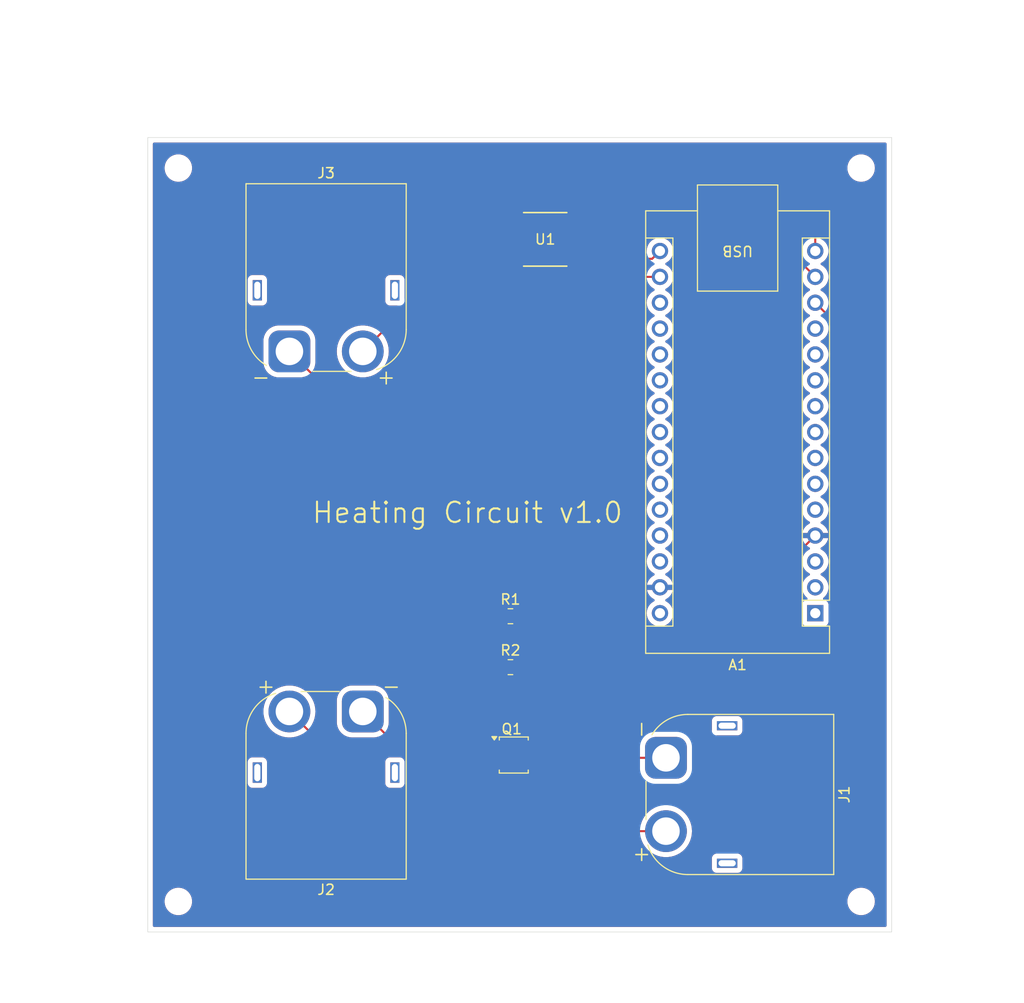
<source format=kicad_pcb>
(kicad_pcb (version 20240108) (generator "pcbnew") (generator_version "8.0")
  (layers (0 "F.Cu" signal) (31 "B.Cu" signal) (34 "B.Paste" user) (35 "F.Paste" user) (36 "B.SilkS" user "B.Silkscreen") (37 "F.SilkS" user "F.Silkscreen") (38 "B.Mask" user) (39 "F.Mask" user) (44 "Edge.Cuts" user))
  (net 0 "")
  (net 2 "MISO_thermocouple")
  (net 3 "CS_thermocouple")
  (net 4 "GND_16.4V")
  (net 12 "CLK")
  (net 17 "3.3V_ard")
  (net 21 "PWM_heater")
  (net 30 "Net-(J1-Pin_2)")
  (net 31 "Net-(J1-Pin_1)")
  (net 32 "Net-(J3-Pin_1)")
  (net 33 "Net-(J3-Pin_2)")
  (net 34 "Net-(Q1-G)")
  (net 36 "Net-(J2-Pin_1)")
  (footprint "Module:Arduino_Nano" (layer "F.Cu") (at 149.5 147.7 180)
    (property "Reference" "A1" (at 7.62 -5.08 0) (layer "F.SilkS"))
    (property "Value" "Arduino_Nano_v3.x")
    (fp_line (start 16.64 39.5) (end 16.64 -3.94) (stroke (width 0.12)) (layer "F.SilkS"))
    (fp_line (start 16.64 39.5) (end 11.56 39.5) (stroke (width 0.12)) (layer "F.SilkS"))
    (fp_line (start 16.64 -3.94) (end -1.4 -3.94) (stroke (width 0.12)) (layer "F.SilkS"))
    (fp_line (start 13.97 36.83) (end 16.64 36.83) (stroke (width 0.12)) (layer "F.SilkS"))
    (fp_line (start 13.97 -1.27) (end 16.64 -1.27) (stroke (width 0.12)) (layer "F.SilkS"))
    (fp_line (start 13.97 -1.27) (end 13.97 36.83) (stroke (width 0.12)) (layer "F.SilkS"))
    (fp_line (start 11.56 42.04) (end 3.68 42.04) (stroke (width 0.12)) (layer "F.SilkS"))
    (fp_line (start 11.56 31.62) (end 11.56 42.04) (stroke (width 0.12)) (layer "F.SilkS"))
    (fp_line (start 3.68 42.04) (end 3.68 31.62) (stroke (width 0.12)) (layer "F.SilkS"))
    (fp_line (start 3.68 31.62) (end 11.56 31.62) (stroke (width 0.12)) (layer "F.SilkS"))
    (fp_line (start 1.27 36.83) (end -1.4 36.83) (stroke (width 0.12)) (layer "F.SilkS"))
    (fp_line (start 1.27 1.27) (end 1.27 36.83) (stroke (width 0.12)) (layer "F.SilkS"))
    (fp_line (start 1.27 1.27) (end 1.27 -1.27) (stroke (width 0.12)) (layer "F.SilkS"))
    (fp_line (start 1.27 1.27) (end -1.4 1.27) (stroke (width 0.12)) (layer "F.SilkS"))
    (fp_line (start 1.27 -1.27) (end -1.4 -1.27) (stroke (width 0.12)) (layer "F.SilkS"))
    (fp_line (start -1.4 39.5) (end 3.68 39.5) (stroke (width 0.12)) (layer "F.SilkS"))
    (fp_line (start -1.4 1.27) (end -1.4 39.5) (stroke (width 0.12)) (layer "F.SilkS"))
    (fp_line (start -1.4 -3.94) (end -1.4 -1.27) (stroke (width 0.12)) (layer "F.SilkS"))
    (fp_text user "USB" (at 7.62 35.56 180) (layer "F.SilkS"))
    (pad "1" thru_hole rect (at 0 0 180) (size 1.6 1.6) (drill 1) (layers "*.Cu" "*.Mask"))
    (pad "2" thru_hole oval (at 0 2.54 180) (size 1.6 1.6) (drill 1) (layers "*.Cu" "*.Mask"))
    (pad "3" thru_hole oval (at 0 5.08 180) (size 1.6 1.6) (drill 1) (layers "*.Cu" "*.Mask"))
    (pad "4" thru_hole oval (at 0 7.62 180) (size 1.6 1.6) (drill 1) (layers "*.Cu" "*.Mask") (net 4 "GND_16.4V"))
    (pad "5" thru_hole oval (at 0 10.16 180) (size 1.6 1.6) (drill 1) (layers "*.Cu" "*.Mask"))
    (pad "6" thru_hole oval (at 0 12.7 180) (size 1.6 1.6) (drill 1) (layers "*.Cu" "*.Mask"))
    (pad "7" thru_hole oval (at 0 15.24 180) (size 1.6 1.6) (drill 1) (layers "*.Cu" "*.Mask"))
    (pad "8" thru_hole oval (at 0 17.78 180) (size 1.6 1.6) (drill 1) (layers "*.Cu" "*.Mask"))
    (pad "9" thru_hole oval (at 0 20.32 180) (size 1.6 1.6) (drill 1) (layers "*.Cu" "*.Mask"))
    (pad "10" thru_hole oval (at 0 22.86 180) (size 1.6 1.6) (drill 1) (layers "*.Cu" "*.Mask"))
    (pad "11" thru_hole oval (at 0 25.4 180) (size 1.6 1.6) (drill 1) (layers "*.Cu" "*.Mask"))
    (pad "12" thru_hole oval (at 0 27.94 180) (size 1.6 1.6) (drill 1) (layers "*.Cu" "*.Mask"))
    (pad "13" thru_hole oval (at 0 30.48 180) (size 1.6 1.6) (drill 1) (layers "*.Cu" "*.Mask") (net 21 "PWM_heater"))
    (pad "14" thru_hole oval (at 0 33.02 180) (size 1.6 1.6) (drill 1) (layers "*.Cu" "*.Mask") (net 3 "CS_thermocouple"))
    (pad "15" thru_hole oval (at 0 35.56 180) (size 1.6 1.6) (drill 1) (layers "*.Cu" "*.Mask") (net 2 "MISO_thermocouple"))
    (pad "16" thru_hole oval (at 15.24 35.56 180) (size 1.6 1.6) (drill 1) (layers "*.Cu" "*.Mask") (net 12 "CLK"))
    (pad "17" thru_hole oval (at 15.24 33.02 180) (size 1.6 1.6) (drill 1) (layers "*.Cu" "*.Mask") (net 17 "3.3V_ard"))
    (pad "18" thru_hole oval (at 15.24 30.48 180) (size 1.6 1.6) (drill 1) (layers "*.Cu" "*.Mask"))
    (pad "19" thru_hole oval (at 15.24 27.94 180) (size 1.6 1.6) (drill 1) (layers "*.Cu" "*.Mask"))
    (pad "20" thru_hole oval (at 15.24 25.4 180) (size 1.6 1.6) (drill 1) (layers "*.Cu" "*.Mask"))
    (pad "21" thru_hole oval (at 15.24 22.86 180) (size 1.6 1.6) (drill 1) (layers "*.Cu" "*.Mask"))
    (pad "22" thru_hole oval (at 15.24 20.32 180) (size 1.6 1.6) (drill 1) (layers "*.Cu" "*.Mask"))
    (pad "23" thru_hole oval (at 15.24 17.78 180) (size 1.6 1.6) (drill 1) (layers "*.Cu" "*.Mask"))
    (pad "24" thru_hole oval (at 15.24 15.24 180) (size 1.6 1.6) (drill 1) (layers "*.Cu" "*.Mask"))
    (pad "25" thru_hole oval (at 15.24 12.7 180) (size 1.6 1.6) (drill 1) (layers "*.Cu" "*.Mask"))
    (pad "26" thru_hole oval (at 15.24 10.16 180) (size 1.6 1.6) (drill 1) (layers "*.Cu" "*.Mask"))
    (pad "27" thru_hole oval (at 15.24 7.62 180) (size 1.6 1.6) (drill 1) (layers "*.Cu" "*.Mask"))
    (pad "28" thru_hole oval (at 15.24 5.08 180) (size 1.6 1.6) (drill 1) (layers "*.Cu" "*.Mask"))
    (pad "29" thru_hole oval (at 15.24 2.54 180) (size 1.6 1.6) (drill 1) (layers "*.Cu" "*.Mask") (net 4 "GND_16.4V"))
    (pad "30" thru_hole oval (at 15.24 0 180) (size 1.6 1.6) (drill 1) (layers "*.Cu" "*.Mask"))
  )
  (footprint "MAX31855KASA-T:21-0041B_8_MXM" (layer "F.Cu") (at 123 111)
    (property "Reference" "U1" (at 0 0 0) (layer "F.SilkS"))
    (property "Value" "MAX31855KASA+T")
    (fp_line (start -2.1209 2.6289) (end 2.1209 2.6289) (stroke (width 0.1524)) (layer "F.SilkS"))
    (fp_line (start 2.1209 -2.6289) (end -2.1209 -2.6289) (stroke (width 0.1524)) (layer "F.SilkS"))
    (pad "1" smd rect (at -2.72415 -1.905) (size 1.4605 0.5334) (layers "F.Cu" "F.Paste" "F.Mask") (net 4 "GND_16.4V"))
    (pad "2" smd rect (at -2.72415 -0.635) (size 1.4605 0.5334) (layers "F.Cu" "F.Paste" "F.Mask") (net 33 "Net-(J3-Pin_2)"))
    (pad "3" smd rect (at -2.72415 0.635) (size 1.4605 0.5334) (layers "F.Cu" "F.Paste" "F.Mask") (net 32 "Net-(J3-Pin_1)"))
    (pad "4" smd rect (at -2.72415 1.905) (size 1.4605 0.5334) (layers "F.Cu" "F.Paste" "F.Mask") (net 17 "3.3V_ard"))
    (pad "5" smd rect (at 2.72415 1.905) (size 1.4605 0.5334) (layers "F.Cu" "F.Paste" "F.Mask") (net 12 "CLK"))
    (pad "6" smd rect (at 2.72415 0.635) (size 1.4605 0.5334) (layers "F.Cu" "F.Paste" "F.Mask") (net 3 "CS_thermocouple"))
    (pad "7" smd rect (at 2.72415 -0.635) (size 1.4605 0.5334) (layers "F.Cu" "F.Paste" "F.Mask") (net 2 "MISO_thermocouple"))
    (pad "8" smd rect (at 2.72415 -1.905) (size 1.4605 0.5334) (layers "F.Cu" "F.Paste" "F.Mask"))
  )
  (footprint "Connector_AMASS:AMASS_XT60PW-M_1x02_P7.20mm_Horizontal" (layer "F.Cu") (at 97.9 122)
    (property "Reference" "J3" (at 3.6 -17.5 0) (layer "F.SilkS"))
    (property "Value" "XT60_F_Thermocouple")
    (fp_line (start -4.26 -16.46) (end -4.26 -2.15) (stroke (width 0.12)) (layer "F.SilkS"))
    (fp_line (start -4.26 -16.46) (end 11.46 -16.46) (stroke (width 0.12)) (layer "F.SilkS"))
    (fp_line (start 2.31 1.96) (end 6.05 1.96) (stroke (width 0.12)) (layer "F.SilkS"))
    (fp_line (start 11.46 -16.46) (end 11.46 -2.15) (stroke (width 0.12)) (layer "F.SilkS"))
    (fp_arc (start -2.266806 1.372958) (mid -3.727162 -0.126139) (end -4.26 -2.15) (stroke (width 0.12)) (layer "F.SilkS"))
    (fp_arc (start 11.46 -2.15) (mid 10.653852 0.294722) (end 8.551648 1.780413) (stroke (width 0.12)) (layer "F.SilkS"))
    (fp_text user "-" (at -2.8 2.5 0) (layer "F.SilkS") (effects (font (size 1.5 1.5))))
    (fp_text user "+" (at 9.5 2.5 0) (layer "F.SilkS") (effects (font (size 1.5 1.5))))
    (pad "" thru_hole rect (at -3.15 -6) (size 0.9 2) (drill oval 0.6 1.7) (layers "*.Cu" "*.Mask"))
    (pad "" thru_hole rect (at 10.35 -6) (size 0.9 2) (drill oval 0.6 1.7) (layers "*.Cu" "*.Mask"))
    (pad "1" thru_hole roundrect (at 0 0) (size 4.1 4.1) (drill 2.7) (layers "*.Cu" "*.Mask") (net 32 "Net-(J3-Pin_1)"))
    (pad "2" thru_hole circle (at 7.2 0) (size 4.1 4.1) (drill 2.7) (layers "*.Cu" "*.Mask") (net 33 "Net-(J3-Pin_2)"))
  )
  (footprint "Connector_AMASS:AMASS_XT60PW-M_1x02_P7.20mm_Horizontal" (layer "F.Cu") (at 105.1 157.35 180)
    (property "Reference" "J2" (at 3.6 -17.5 0) (layer "F.SilkS"))
    (property "Value" "XT60_F_Heater")
    (fp_line (start 11.46 -16.46) (end 11.46 -2.15) (stroke (width 0.12)) (layer "F.SilkS"))
    (fp_line (start 2.31 1.96) (end 6.05 1.96) (stroke (width 0.12)) (layer "F.SilkS"))
    (fp_line (start -4.26 -16.46) (end 11.46 -16.46) (stroke (width 0.12)) (layer "F.SilkS"))
    (fp_line (start -4.26 -16.46) (end -4.26 -2.15) (stroke (width 0.12)) (layer "F.SilkS"))
    (fp_arc (start 11.46 -2.15) (mid 10.653852 0.294722) (end 8.551648 1.780413) (stroke (width 0.12)) (layer "F.SilkS"))
    (fp_arc (start -2.266806 1.372958) (mid -3.727162 -0.126139) (end -4.26 -2.15) (stroke (width 0.12)) (layer "F.SilkS"))
    (fp_text user "+" (at 9.5 2.5 0) (layer "F.SilkS") (effects (font (size 1.5 1.5))))
    (fp_text user "-" (at -2.8 2.5 0) (layer "F.SilkS") (effects (font (size 1.5 1.5))))
    (pad "" thru_hole rect (at -3.15 -6 180) (size 0.9 2) (drill oval 0.6 1.7) (layers "*.Cu" "*.Mask"))
    (pad "" thru_hole rect (at 10.35 -6 180) (size 0.9 2) (drill oval 0.6 1.7) (layers "*.Cu" "*.Mask"))
    (pad "1" thru_hole roundrect (at 0 0 180) (size 4.1 4.1) (drill 2.7) (layers "*.Cu" "*.Mask") (net 36 "Net-(J2-Pin_1)"))
    (pad "2" thru_hole circle (at 7.2 0 180) (size 4.1 4.1) (drill 2.7) (layers "*.Cu" "*.Mask") (net 30 "Net-(J1-Pin_2)"))
  )
  (footprint "MountingHole:MountingHole_2.2mm_M2" (layer "F.Cu") (at 154 104)
    (property "Reference" "REF**" (hide yes))
    (property "Value" "MountingHole_2.2mm_M2" (hide yes))
    (pad "" np_thru_hole circle (at 0 0) (size 2.2 2.2) (drill 2.2) (layers "*.Cu" "*.Mask"))
  )
  (footprint "Resistor_SMD:R_0805_2012Metric" (layer "F.Cu") (at 119.5875 148)
    (property "Reference" "R1" (at 0 -1.65 0) (layer "F.SilkS"))
    (property "Value" "100")
    (fp_line (start -0.227064 -0.735) (end 0.227064 -0.735) (stroke (width 0.12)) (layer "F.SilkS"))
    (fp_line (start -0.227064 0.735) (end 0.227064 0.735) (stroke (width 0.12)) (layer "F.SilkS"))
    (pad "1" smd roundrect (at -0.9125 0) (size 1.025 1.4) (layers "F.Cu" "F.Paste" "F.Mask") (roundrect_rratio 0.243902) (net 34 "Net-(Q1-G)"))
    (pad "2" smd roundrect (at 0.9125 0) (size 1.025 1.4) (layers "F.Cu" "F.Paste" "F.Mask") (roundrect_rratio 0.243902) (net 21 "PWM_heater"))
  )
  (footprint "MountingHole:MountingHole_2.2mm_M2" (layer "F.Cu") (at 154 176)
    (property "Reference" "REF**" (hide yes))
    (property "Value" "MountingHole_2.2mm_M2" (hide yes))
    (pad "" np_thru_hole circle (at 0 0) (size 2.2 2.2) (drill 2.2) (layers "*.Cu" "*.Mask"))
  )
  (footprint "Connector_AMASS:AMASS_XT60PW-M_1x02_P7.20mm_Horizontal" (layer "F.Cu") (at 134.85 161.9 -90)
    (property "Reference" "J1" (at 3.6 -17.5 90) (layer "F.SilkS"))
    (property "Value" "XT60_F_16.6V")
    (fp_line (start 2.31 1.96) (end 6.05 1.96) (stroke (width 0.12)) (layer "F.SilkS"))
    (fp_line (start -4.26 -16.46) (end -4.26 -2.15) (stroke (width 0.12)) (layer "F.SilkS"))
    (fp_line (start -4.26 -16.46) (end 11.46 -16.46) (stroke (width 0.12)) (layer "F.SilkS"))
    (fp_line (start 11.46 -16.46) (end 11.46 -2.15) (stroke (width 0.12)) (layer "F.SilkS"))
    (fp_arc (start -2.266806 1.372958) (mid -3.727162 -0.126139) (end -4.26 -2.15) (stroke (width 0.12)) (layer "F.SilkS"))
    (fp_arc (start 11.46 -2.15) (mid 10.653852 0.294722) (end 8.551648 1.780413) (stroke (width 0.12)) (layer "F.SilkS"))
    (fp_text user "-" (at -2.8 2.5 90) (layer "F.SilkS") (effects (font (size 1.5 1.5))))
    (fp_text user "+" (at 9.5 2.5 90) (layer "F.SilkS") (effects (font (size 1.5 1.5))))
    (pad "" thru_hole rect (at -3.15 -6 270) (size 0.9 2) (drill oval 0.6 1.7) (layers "*.Cu" "*.Mask"))
    (pad "" thru_hole rect (at 10.35 -6 270) (size 0.9 2) (drill oval 0.6 1.7) (layers "*.Cu" "*.Mask"))
    (pad "1" thru_hole roundrect (at 0 0 270) (size 4.1 4.1) (drill 2.7) (layers "*.Cu" "*.Mask") (net 31 "Net-(J1-Pin_1)"))
    (pad "2" thru_hole circle (at 7.2 0 270) (size 4.1 4.1) (drill 2.7) (layers "*.Cu" "*.Mask") (net 30 "Net-(J1-Pin_2)"))
  )
  (footprint "MountingHole:MountingHole_2.2mm_M2" (layer "F.Cu") (at 87 176)
    (property "Reference" "REF**" (hide yes))
    (property "Value" "MountingHole_2.2mm_M2" (hide yes))
    (pad "" np_thru_hole circle (at 0 0) (size 2.2 2.2) (drill 2.2) (layers "*.Cu" "*.Mask"))
  )
  (footprint "Resistor_SMD:R_0805_2012Metric" (layer "F.Cu") (at 119.5875 153)
    (property "Reference" "R2" (at 0 -1.65 0) (layer "F.SilkS"))
    (property "Value" "10k")
    (fp_line (start -0.227064 -0.735) (end 0.227064 -0.735) (stroke (width 0.12)) (layer "F.SilkS"))
    (fp_line (start -0.227064 0.735) (end 0.227064 0.735) (stroke (width 0.12)) (layer "F.SilkS"))
    (pad "1" smd roundrect (at -0.9125 0) (size 1.025 1.4) (layers "F.Cu" "F.Paste" "F.Mask") (roundrect_rratio 0.243902) (net 34 "Net-(Q1-G)"))
    (pad "2" smd roundrect (at 0.9125 0) (size 1.025 1.4) (layers "F.Cu" "F.Paste" "F.Mask") (roundrect_rratio 0.243902) (net 31 "Net-(J1-Pin_1)"))
  )
  (footprint "MountingHole:MountingHole_2.2mm_M2" (layer "F.Cu") (at 87 104)
    (property "Reference" "REF**" (hide yes))
    (property "Value" "MountingHole_2.2mm_M2" (hide yes))
    (pad "" np_thru_hole circle (at 0 0) (size 2.2 2.2) (drill 2.2) (layers "*.Cu" "*.Mask"))
  )
  (footprint "Package_TO_SOT_SMD:LFPAK33" (layer "F.Cu") (at 119.715 161.626)
    (property "Reference" "Q1" (at 0 -2.55 0) (layer "F.SilkS"))
    (property "Value" "BUK9M52-40EX")
    (fp_line (start -1.22 -1.77) (end -1.22 -1.475) (stroke (width 0.12)) (layer "F.SilkS"))
    (fp_line (start -1.22 1.475) (end -1.22 1.77) (stroke (width 0.12)) (layer "F.SilkS"))
    (fp_line (start -1.22 1.77) (end 1.62 1.77) (stroke (width 0.12)) (layer "F.SilkS"))
    (fp_line (start 1.62 -1.77) (end -1.22 -1.77) (stroke (width 0.12)) (layer "F.SilkS"))
    (fp_line (start 1.62 -1.475) (end 1.62 -1.77) (stroke (width 0.12)) (layer "F.SilkS"))
    (fp_line (start 1.62 1.77) (end 1.62 1.475) (stroke (width 0.12)) (layer "F.SilkS"))
    (fp_poly (pts (xy -1.71 -1.48) (xy -1.47 -1.81) (xy -1.95 -1.81) (xy -1.71 -1.48)) (stroke (width 0.12)) (fill solid) (layer "F.SilkS"))
    (pad "1" smd roundrect (at -1.535 -0.975) (size 0.83 0.4) (layers "F.Cu" "F.Mask") (net 36 "Net-(J2-Pin_1)"))
    (pad "2" smd roundrect (at -1.535 -0.325) (size 0.83 0.4) (layers "F.Cu" "F.Mask") (net 36 "Net-(J2-Pin_1)"))
    (pad "3" smd roundrect (at -1.535 0.325) (size 0.83 0.4) (layers "F.Cu" "F.Mask") (net 36 "Net-(J2-Pin_1)"))
    (pad "4" smd roundrect (at -1.535 0.975) (size 0.83 0.4) (layers "F.Cu" "F.Mask") (net 34 "Net-(Q1-G)"))
    (pad "5" smd custom (at 0.405 0) (size 1.85 2.25) (layers "F.Cu" "F.Mask") (net 31 "Net-(J1-Pin_1)") (options (clearance outline) (anchor rect)) (primitives (gr_poly (pts (xy 1.545 -0.775) (xy 0.925 -0.775) (xy 0.925 -1.175) (xy 1.545 -1.175)) (width 0) (fill yes)) (gr_poly (pts (xy 1.545 -0.125) (xy 0.925 -0.125) (xy 0.925 -0.525) (xy 1.545 -0.525)) (width 0) (fill yes)) (gr_poly (pts (xy 1.545 0.525) (xy 0.925 0.525) (xy 0.925 0.125) (xy 1.545 0.125)) (width 0) (fill yes)) (gr_poly (pts (xy 1.545 1.175) (xy 0.925 1.175) (xy 0.925 0.775) (xy 1.545 0.775)) (width 0) (fill yes))))
  )
  (gr_rect (start 84 101) (end 157 179) (stroke (width 0.05)) (fill none) (layer "Edge.Cuts"))
  (gr_text "Heating Circuit v1.0" (at 100 139 0) (layer "F.SilkS") (effects (font (size 2 2) (thickness 0.2)) (justify left bottom)))
  (segment (start 149.5 103) (end 149.5 112.14) (width 0.2) (layer "F.Cu") (net 2))
  (segment (start 134.0527 102.5) (end 149 102.5) (width 0.2) (layer "F.Cu") (net 2))
  (segment (start 149 102.5) (end 149.5 103) (width 0.2) (layer "F.Cu") (net 2))
  (segment (start 126.1877 110.365) (end 134.0527 102.5) (width 0.2) (layer "F.Cu") (net 2))
  (segment (start 125.72415 110.365) (end 126.1877 110.365) (width 0.2) (layer "F.Cu") (net 2))
  (segment (start 126.1877 111.635) (end 133.8227 104) (width 0.2) (layer "F.Cu") (net 3))
  (segment (start 125.72415 111.635) (end 126.1877 111.635) (width 0.2) (layer "F.Cu") (net 3))
  (segment (start 147 112.18) (end 149.5 114.68) (width 0.2) (layer "F.Cu") (net 3))
  (segment (start 147 104) (end 147 112.18) (width 0.2) (layer "F.Cu") (net 3))
  (segment (start 133.8227 104) (end 147 104) (width 0.2) (layer "F.Cu") (net 3))
  (segment (start 104.905 109.095) (end 92 122) (width 0.2) (layer "F.Cu") (net 4))
  (segment (start 92 122) (end 92 135) (width 0.2) (layer "F.Cu") (net 4))
  (segment (start 149.5 140.08) (end 144.42 145.16) (width 0.2) (layer "F.Cu") (net 4))
  (segment (start 102.16 145.16) (end 134.26 145.16) (width 0.2) (layer "F.Cu") (net 4))
  (segment (start 144.42 145.16) (end 134.26 145.16) (width 0.2) (layer "F.Cu") (net 4))
  (segment (start 120.27585 109.095) (end 104.905 109.095) (width 0.2) (layer "F.Cu") (net 4))
  (segment (start 92 135) (end 102.16 145.16) (width 0.2) (layer "F.Cu") (net 4))
  (segment (start 134.26 112.14) (end 133.495 112.905) (width 0.2) (layer "F.Cu") (net 12))
  (segment (start 133.495 112.905) (end 125.72415 112.905) (width 0.2) (layer "F.Cu") (net 12))
  (segment (start 122.05085 114.68) (end 134.26 114.68) (width 0.2) (layer "F.Cu") (net 17))
  (segment (start 120.27585 112.905) (end 122.05085 114.68) (width 0.2) (layer "F.Cu") (net 17))
  (segment (start 125.5 153) (end 120.5 148) (width 0.2) (layer "F.Cu") (net 21))
  (segment (start 152.4 120.12) (end 152.4 153) (width 0.2) (layer "F.Cu") (net 21))
  (segment (start 149.5 117.22) (end 152.4 120.12) (width 0.2) (layer "F.Cu") (net 21))
  (segment (start 152.4 153) (end 125.5 153) (width 0.2) (layer "F.Cu") (net 21))
  (segment (start 109.65 169.1) (end 97.9 157.35) (width 0.2) (layer "F.Cu") (net 30))
  (segment (start 134.85 169.1) (end 109.65 169.1) (width 0.2) (layer "F.Cu") (net 30))
  (segment (start 120.12 159.28) (end 120.5 158.9) (width 0.2) (layer "F.Cu") (net 31))
  (segment (start 120.394 161.9) (end 120.12 161.626) (width 0.2) (layer "F.Cu") (net 31))
  (segment (start 120.5 158.9) (end 120.5 153) (width 0.2) (layer "F.Cu") (net 31))
  (segment (start 120.12 161.626) (end 120.12 159.28) (width 0.2) (layer "F.Cu") (net 31))
  (segment (start 134.85 161.9) (end 120.394 161.9) (width 0.2) (layer "F.Cu") (net 31))
  (segment (start 103.9 128) (end 116 128) (width 0.2) (layer "F.Cu") (net 32))
  (segment (start 119.8123 111.635) (end 120.27585 111.635) (width 0.2) (layer "F.Cu") (net 32))
  (segment (start 116 115.4473) (end 119.8123 111.635) (width 0.2) (layer "F.Cu") (net 32))
  (segment (start 116 128) (end 116 115.4473) (width 0.2) (layer "F.Cu") (net 32))
  (segment (start 97.9 122) (end 103.9 128) (width 0.2) (layer "F.Cu") (net 32))
  (segment (start 116.735 110.365) (end 120.27585 110.365) (width 0.2) (layer "F.Cu") (net 33))
  (segment (start 105.1 122) (end 116.735 110.365) (width 0.2) (layer "F.Cu") (net 33))
  (segment (start 121.579 166) (end 141 166) (width 0.2) (layer "F.Cu") (net 34))
  (segment (start 125.675 155) (end 118.675 148) (width 0.2) (layer "F.Cu") (net 34))
  (segment (start 141 162) (end 134 155) (width 0.2) (layer "F.Cu") (net 34))
  (segment (start 134 155) (end 125.675 155) (width 0.2) (layer "F.Cu") (net 34))
  (segment (start 141 166) (end 141 162) (width 0.2) (layer "F.Cu") (net 34))
  (segment (start 118.675 148) (end 118.675 153) (width 0.2) (layer "F.Cu") (net 34))
  (segment (start 118.18 162.601) (end 121.579 166) (width 0.2) (layer "F.Cu") (net 34))
  (segment (start 108.401 160.651) (end 105.1 157.35) (width 0.2) (layer "F.Cu") (net 36))
  (segment (start 118.18 160.651) (end 108.401 160.651) (width 0.2) (layer "F.Cu") (net 36))
  (zone (net 4) (net_name "GND_16.4V") (layers "F&B.Cu") (connect_pads (clearance 0.5)) (min_thickness 0.25) (fill yes (thermal_gap 0.5) (thermal_bridge_width 0.5))
    (polygon (pts (xy 74.5 87.5) (xy 71.5 186) (xy 170 184.5) (xy 168.5 87.5) (xy 70 93) (xy 69.5 93.5)))
  )
)
</source>
